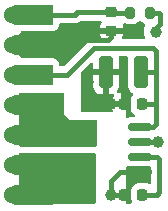
<source format=gtl>
G04 #@! TF.GenerationSoftware,KiCad,Pcbnew,(6.0.8)*
G04 #@! TF.CreationDate,2023-05-03T15:07:12+02:00*
G04 #@! TF.ProjectId,18_Mesure_Courant,31385f4d-6573-4757-9265-5f436f757261,rev?*
G04 #@! TF.SameCoordinates,Original*
G04 #@! TF.FileFunction,Copper,L1,Top*
G04 #@! TF.FilePolarity,Positive*
%FSLAX46Y46*%
G04 Gerber Fmt 4.6, Leading zero omitted, Abs format (unit mm)*
G04 Created by KiCad (PCBNEW (6.0.8)) date 2023-05-03 15:07:12*
%MOMM*%
%LPD*%
G01*
G04 APERTURE LIST*
G04 Aperture macros list*
%AMRoundRect*
0 Rectangle with rounded corners*
0 $1 Rounding radius*
0 $2 $3 $4 $5 $6 $7 $8 $9 X,Y pos of 4 corners*
0 Add a 4 corners polygon primitive as box body*
4,1,4,$2,$3,$4,$5,$6,$7,$8,$9,$2,$3,0*
0 Add four circle primitives for the rounded corners*
1,1,$1+$1,$2,$3*
1,1,$1+$1,$4,$5*
1,1,$1+$1,$6,$7*
1,1,$1+$1,$8,$9*
0 Add four rect primitives between the rounded corners*
20,1,$1+$1,$2,$3,$4,$5,0*
20,1,$1+$1,$4,$5,$6,$7,0*
20,1,$1+$1,$6,$7,$8,$9,0*
20,1,$1+$1,$8,$9,$2,$3,0*%
%AMFreePoly0*
4,1,19,2.294749,0.844703,2.473926,0.804652,2.640323,0.727060,2.786177,0.615546,2.904682,0.475314,2.990310,0.312906,3.039066,0.135899,3.048675,-0.047448,3.018688,-0.228582,2.950505,-0.399051,2.847308,-0.550902,2.713909,-0.677050,2.556534,-0.771611,2.382525,-0.830171,2.200000,-0.850000,-0.850000,-0.850000,-0.850000,0.850000,2.200000,0.850000,2.294749,0.844703,2.294749,0.844703,
$1*%
G04 Aperture macros list end*
G04 #@! TA.AperFunction,SMDPad,CuDef*
%ADD10RoundRect,0.200000X0.200000X0.275000X-0.200000X0.275000X-0.200000X-0.275000X0.200000X-0.275000X0*%
G04 #@! TD*
G04 #@! TA.AperFunction,SMDPad,CuDef*
%ADD11RoundRect,0.225000X0.225000X0.250000X-0.225000X0.250000X-0.225000X-0.250000X0.225000X-0.250000X0*%
G04 #@! TD*
G04 #@! TA.AperFunction,SMDPad,CuDef*
%ADD12RoundRect,0.250000X0.325000X1.100000X-0.325000X1.100000X-0.325000X-1.100000X0.325000X-1.100000X0*%
G04 #@! TD*
G04 #@! TA.AperFunction,SMDPad,CuDef*
%ADD13RoundRect,0.150000X-0.825000X-0.150000X0.825000X-0.150000X0.825000X0.150000X-0.825000X0.150000X0*%
G04 #@! TD*
G04 #@! TA.AperFunction,ComponentPad*
%ADD14FreePoly0,180.000000*%
G04 #@! TD*
G04 #@! TA.AperFunction,ComponentPad*
%ADD15C,1.524000*%
G04 #@! TD*
G04 #@! TA.AperFunction,SMDPad,CuDef*
%ADD16RoundRect,0.225000X-0.250000X0.225000X-0.250000X-0.225000X0.250000X-0.225000X0.250000X0.225000X0*%
G04 #@! TD*
G04 #@! TA.AperFunction,ViaPad*
%ADD17C,1.000000*%
G04 #@! TD*
G04 #@! TA.AperFunction,Conductor*
%ADD18C,0.400000*%
G04 #@! TD*
G04 APERTURE END LIST*
D10*
X113194600Y-65862200D03*
X111544600Y-65862200D03*
D11*
X112515000Y-73640000D03*
X110965000Y-73640000D03*
D12*
X112415000Y-70940000D03*
X109465000Y-70940000D03*
D11*
X112535000Y-81280000D03*
X110985000Y-81280000D03*
D13*
X107365000Y-75535000D03*
X107365000Y-76805000D03*
X107365000Y-78075000D03*
X107365000Y-79345000D03*
X112315000Y-79345000D03*
X112315000Y-78075000D03*
X112315000Y-76805000D03*
X112315000Y-75535000D03*
D14*
X104140000Y-66040000D03*
D15*
X101600000Y-66040000D03*
X101600000Y-68580000D03*
D14*
X104140000Y-68580000D03*
D15*
X101600000Y-71120000D03*
D14*
X104140000Y-71120000D03*
X104140000Y-73660000D03*
D15*
X101600000Y-73660000D03*
X101600000Y-76200000D03*
D14*
X104140000Y-76200000D03*
X104140000Y-78740000D03*
D15*
X101600000Y-78740000D03*
X101600000Y-81280000D03*
D14*
X104140000Y-81280000D03*
D16*
X109931200Y-65849200D03*
X109931200Y-67399200D03*
D17*
X109855000Y-81280000D03*
X107950000Y-71755000D03*
X109855000Y-73640000D03*
X111760000Y-67310000D03*
X107950000Y-73660000D03*
X107950000Y-67310000D03*
X113893600Y-76809600D03*
X113665000Y-67487800D03*
D18*
X110672400Y-79345000D02*
X109905800Y-80111600D01*
X106502200Y-68148200D02*
X106070400Y-68580000D01*
X109931200Y-67894200D02*
X109677200Y-68148200D01*
X109677200Y-68148200D02*
X106502200Y-68148200D01*
X106070400Y-68580000D02*
X104140000Y-68580000D01*
X110965000Y-73640000D02*
X109440000Y-73640000D01*
X112315000Y-79345000D02*
X110672400Y-79345000D01*
X109440000Y-73640000D02*
X109440000Y-70965000D01*
X109982000Y-81280000D02*
X110985000Y-81280000D01*
X109931200Y-67399200D02*
X109931200Y-67894200D01*
X109905800Y-80111600D02*
X109905800Y-81203800D01*
X109440000Y-70965000D02*
X109465000Y-70940000D01*
X109905800Y-81203800D02*
X109982000Y-81280000D01*
X113688200Y-70940000D02*
X113690400Y-70942200D01*
X113690400Y-70942200D02*
X113690400Y-73710800D01*
X112415000Y-70940000D02*
X113688200Y-70940000D01*
X106172000Y-71120000D02*
X108458000Y-68834000D01*
X113690400Y-69088000D02*
X113690400Y-70942200D01*
X108458000Y-68834000D02*
X113436400Y-68834000D01*
X113619600Y-73640000D02*
X113690400Y-73710800D01*
X113441000Y-75535000D02*
X112315000Y-75535000D01*
X113690400Y-75285600D02*
X113441000Y-75535000D01*
X113690400Y-73710800D02*
X113690400Y-75285600D01*
X112515000Y-73640000D02*
X113619600Y-73640000D01*
X113436400Y-68834000D02*
X113690400Y-69088000D01*
X104140000Y-71120000D02*
X106172000Y-71120000D01*
X113919000Y-65862200D02*
X113194600Y-65862200D01*
X114046000Y-66802000D02*
X114046000Y-65989200D01*
X114046000Y-65989200D02*
X113919000Y-65862200D01*
X113665000Y-67487800D02*
X113665000Y-67183000D01*
X113665000Y-67183000D02*
X114046000Y-66802000D01*
X112315000Y-76805000D02*
X113889000Y-76805000D01*
X113889000Y-76805000D02*
X113893600Y-76809600D01*
X107048600Y-65849200D02*
X106857800Y-66040000D01*
X109931200Y-65849200D02*
X107048600Y-65849200D01*
X111544600Y-65862200D02*
X109944200Y-65862200D01*
X109944200Y-65862200D02*
X109931200Y-65849200D01*
X106857800Y-66040000D02*
X104140000Y-66040000D01*
X113766600Y-81280000D02*
X113995200Y-81051400D01*
X113995200Y-81051400D02*
X113995200Y-78257400D01*
X112535000Y-81280000D02*
X113766600Y-81280000D01*
X113995200Y-78257400D02*
X113812800Y-78075000D01*
X113812800Y-78075000D02*
X112315000Y-78075000D01*
X104805000Y-75535000D02*
X104140000Y-76200000D01*
X107365000Y-76805000D02*
X104745000Y-76805000D01*
X106015000Y-75535000D02*
X104140000Y-73660000D01*
X107365000Y-75535000D02*
X104805000Y-75535000D01*
X107365000Y-75535000D02*
X106015000Y-75535000D01*
X104745000Y-76805000D02*
X104140000Y-76200000D01*
X105935000Y-79485000D02*
X105935000Y-79345000D01*
X105935000Y-79345000D02*
X104745000Y-79345000D01*
X104140000Y-81280000D02*
X105935000Y-79485000D01*
X107365000Y-78075000D02*
X104805000Y-78075000D01*
X104745000Y-79345000D02*
X104140000Y-78740000D01*
X104805000Y-78075000D02*
X104140000Y-78740000D01*
X107365000Y-79345000D02*
X105935000Y-79345000D01*
G04 #@! TA.AperFunction,Conductor*
G36*
X108582121Y-77760002D02*
G01*
X108628614Y-77813658D01*
X108640000Y-77866000D01*
X108640000Y-81915500D01*
X108619998Y-81983621D01*
X108566342Y-82030114D01*
X108514000Y-82041500D01*
X102234500Y-82041500D01*
X102166379Y-82021498D01*
X102119886Y-81967842D01*
X102108500Y-81915500D01*
X102108500Y-77866000D01*
X102128502Y-77797879D01*
X102182158Y-77751386D01*
X102234500Y-77740000D01*
X108514000Y-77740000D01*
X108582121Y-77760002D01*
G37*
G04 #@! TD.AperFunction*
G04 #@! TA.AperFunction,Conductor*
G36*
X111301152Y-78855863D02*
G01*
X111379989Y-78878767D01*
X111379993Y-78878768D01*
X111386169Y-78880562D01*
X111392574Y-78881066D01*
X111392579Y-78881067D01*
X111421042Y-78883307D01*
X111421050Y-78883307D01*
X111423498Y-78883500D01*
X113160700Y-78883500D01*
X113228821Y-78903502D01*
X113275314Y-78957158D01*
X113286700Y-79009500D01*
X113286700Y-80267297D01*
X113266698Y-80335418D01*
X113213042Y-80381911D01*
X113142768Y-80392015D01*
X113094583Y-80374556D01*
X113078333Y-80364539D01*
X113078330Y-80364538D01*
X113072101Y-80360698D01*
X112909757Y-80306851D01*
X112902920Y-80306151D01*
X112902918Y-80306150D01*
X112861599Y-80301917D01*
X112808732Y-80296500D01*
X112261268Y-80296500D01*
X112258022Y-80296837D01*
X112258018Y-80296837D01*
X112223917Y-80300375D01*
X112158981Y-80307113D01*
X112152440Y-80309295D01*
X112152441Y-80309295D01*
X112003676Y-80358927D01*
X112003674Y-80358928D01*
X111996732Y-80361244D01*
X111990508Y-80365096D01*
X111990507Y-80365096D01*
X111857515Y-80447394D01*
X111851287Y-80451248D01*
X111730448Y-80572298D01*
X111640698Y-80717899D01*
X111586851Y-80880243D01*
X111576500Y-80981268D01*
X111576500Y-81578732D01*
X111587113Y-81681019D01*
X111641244Y-81843268D01*
X111645096Y-81849493D01*
X111648201Y-81856121D01*
X111646976Y-81856695D01*
X111663751Y-81917649D01*
X111642590Y-81985418D01*
X111588149Y-82030990D01*
X111537769Y-82041500D01*
X111266000Y-82041500D01*
X111197879Y-82021498D01*
X111151386Y-81967842D01*
X111140000Y-81915500D01*
X111140000Y-78976860D01*
X111160002Y-78908739D01*
X111213658Y-78862246D01*
X111283932Y-78852142D01*
X111301152Y-78855863D01*
G37*
G04 #@! TD.AperFunction*
G04 #@! TA.AperFunction,Conductor*
G36*
X111348512Y-72269854D02*
G01*
X111385524Y-72325202D01*
X111398450Y-72363946D01*
X111491522Y-72514348D01*
X111616697Y-72639305D01*
X111622927Y-72643145D01*
X111622928Y-72643146D01*
X111720230Y-72703124D01*
X111767723Y-72755896D01*
X111779147Y-72825968D01*
X111750873Y-72891092D01*
X111743291Y-72899398D01*
X111710448Y-72932298D01*
X111620698Y-73077899D01*
X111566851Y-73240243D01*
X111556500Y-73341268D01*
X111556500Y-73938732D01*
X111567113Y-74041019D01*
X111621244Y-74203268D01*
X111711248Y-74348713D01*
X111832298Y-74469552D01*
X111838528Y-74473392D01*
X111838529Y-74473393D01*
X111870727Y-74493240D01*
X111918220Y-74546012D01*
X111929644Y-74616084D01*
X111901370Y-74681208D01*
X111842376Y-74720707D01*
X111804611Y-74726500D01*
X111423498Y-74726500D01*
X111421050Y-74726693D01*
X111421042Y-74726693D01*
X111392579Y-74728933D01*
X111392574Y-74728934D01*
X111386169Y-74729438D01*
X111379993Y-74731232D01*
X111379989Y-74731233D01*
X111301152Y-74754137D01*
X111230156Y-74753934D01*
X111170540Y-74715380D01*
X111141232Y-74650715D01*
X111140000Y-74633140D01*
X111140000Y-72365078D01*
X111160002Y-72296957D01*
X111213658Y-72250464D01*
X111283932Y-72240360D01*
X111348512Y-72269854D01*
G37*
G04 #@! TD.AperFunction*
G04 #@! TA.AperFunction,Conductor*
G36*
X111331500Y-69789600D02*
G01*
X111331500Y-70636787D01*
X111311498Y-70704908D01*
X111257842Y-70751401D01*
X111187568Y-70761505D01*
X111153237Y-70745826D01*
X111140000Y-70742947D01*
X111140000Y-69740000D01*
X111336582Y-69740000D01*
X111331500Y-69789600D01*
G37*
G04 #@! TD.AperFunction*
G04 #@! TA.AperFunction,Conductor*
G36*
X105860121Y-72664002D02*
G01*
X105906614Y-72717658D01*
X105918000Y-72770000D01*
X105918000Y-74422000D01*
X106426000Y-74930000D01*
X108586000Y-74930000D01*
X108654121Y-74950002D01*
X108700614Y-75003658D01*
X108712000Y-75056000D01*
X108712000Y-77090000D01*
X108691998Y-77158121D01*
X108638342Y-77204614D01*
X108586000Y-77216000D01*
X102234500Y-77216000D01*
X102166379Y-77195998D01*
X102119886Y-77142342D01*
X102108500Y-77090000D01*
X102108500Y-72770000D01*
X102128502Y-72701879D01*
X102182158Y-72655386D01*
X102234500Y-72644000D01*
X105792000Y-72644000D01*
X105860121Y-72664002D01*
G37*
G04 #@! TD.AperFunction*
G04 #@! TA.AperFunction,Conductor*
G36*
X111331500Y-72090400D02*
G01*
X111331837Y-72093646D01*
X111331837Y-72093650D01*
X111341752Y-72189206D01*
X111342474Y-72196166D01*
X111398450Y-72363946D01*
X111457634Y-72459587D01*
X111468821Y-72477664D01*
X111487659Y-72546116D01*
X111466498Y-72613886D01*
X111412057Y-72659457D01*
X111339719Y-72666721D01*
X111339655Y-72667343D01*
X111336619Y-72667032D01*
X111335265Y-72667168D01*
X111332810Y-72666642D01*
X111241903Y-72657328D01*
X111236874Y-72657071D01*
X111221876Y-72661475D01*
X111220671Y-72662865D01*
X111219000Y-72670548D01*
X111219000Y-73768000D01*
X111198998Y-73836121D01*
X111145342Y-73882614D01*
X111093000Y-73894000D01*
X110025115Y-73894000D01*
X110009876Y-73898475D01*
X110008671Y-73899865D01*
X110007000Y-73907548D01*
X110007000Y-73935438D01*
X110007337Y-73941953D01*
X110016894Y-74034057D01*
X110019788Y-74047456D01*
X110047034Y-74129124D01*
X110049618Y-74200074D01*
X110013434Y-74261158D01*
X109949970Y-74292982D01*
X109927510Y-74295000D01*
X107441000Y-74295000D01*
X107372879Y-74274998D01*
X107326386Y-74221342D01*
X107315000Y-74169000D01*
X107315000Y-72087095D01*
X108382001Y-72087095D01*
X108382338Y-72093614D01*
X108392257Y-72189206D01*
X108395149Y-72202600D01*
X108446588Y-72356784D01*
X108452761Y-72369962D01*
X108538063Y-72507807D01*
X108547099Y-72519208D01*
X108661829Y-72633739D01*
X108673240Y-72642751D01*
X108811243Y-72727816D01*
X108824424Y-72733963D01*
X108978710Y-72785138D01*
X108992086Y-72788005D01*
X109086438Y-72797672D01*
X109092854Y-72798000D01*
X109192885Y-72798000D01*
X109208124Y-72793525D01*
X109209329Y-72792135D01*
X109211000Y-72784452D01*
X109211000Y-72779884D01*
X109719000Y-72779884D01*
X109723475Y-72795123D01*
X109724865Y-72796328D01*
X109732548Y-72797999D01*
X109837095Y-72797999D01*
X109843614Y-72797662D01*
X109939206Y-72787743D01*
X109952603Y-72784850D01*
X110000132Y-72768994D01*
X110071081Y-72766410D01*
X110132165Y-72802594D01*
X110163989Y-72866059D01*
X110156450Y-72936654D01*
X110147267Y-72954634D01*
X110074996Y-73071880D01*
X110068849Y-73085061D01*
X110019509Y-73233814D01*
X110016642Y-73247190D01*
X110007328Y-73338097D01*
X110007000Y-73344514D01*
X110007000Y-73367885D01*
X110011475Y-73383124D01*
X110012865Y-73384329D01*
X110020548Y-73386000D01*
X110692885Y-73386000D01*
X110708124Y-73381525D01*
X110709329Y-73380135D01*
X110711000Y-73372452D01*
X110711000Y-72675115D01*
X110706525Y-72659876D01*
X110705135Y-72658671D01*
X110697452Y-72657000D01*
X110694562Y-72657000D01*
X110688047Y-72657337D01*
X110595943Y-72666894D01*
X110582539Y-72669789D01*
X110546391Y-72681849D01*
X110475441Y-72684434D01*
X110414357Y-72648251D01*
X110382532Y-72584787D01*
X110390071Y-72514192D01*
X110399254Y-72496210D01*
X110477816Y-72368757D01*
X110483963Y-72355576D01*
X110535138Y-72201290D01*
X110538005Y-72187914D01*
X110547672Y-72093562D01*
X110548000Y-72087146D01*
X110548000Y-71212115D01*
X110543525Y-71196876D01*
X110542135Y-71195671D01*
X110534452Y-71194000D01*
X109737115Y-71194000D01*
X109721876Y-71198475D01*
X109720671Y-71199865D01*
X109719000Y-71207548D01*
X109719000Y-72779884D01*
X109211000Y-72779884D01*
X109211000Y-71212115D01*
X109206525Y-71196876D01*
X109205135Y-71195671D01*
X109197452Y-71194000D01*
X108400116Y-71194000D01*
X108384877Y-71198475D01*
X108383672Y-71199865D01*
X108382001Y-71207548D01*
X108382001Y-72087095D01*
X107315000Y-72087095D01*
X107315000Y-71031160D01*
X107335002Y-70963039D01*
X107351900Y-70942071D01*
X108166906Y-70127064D01*
X108229217Y-70093040D01*
X108300033Y-70098105D01*
X108356868Y-70140652D01*
X108381679Y-70207172D01*
X108382000Y-70216161D01*
X108382000Y-70667885D01*
X108386475Y-70683124D01*
X108387865Y-70684329D01*
X108395548Y-70686000D01*
X110529884Y-70686000D01*
X110545123Y-70681525D01*
X110546328Y-70680135D01*
X110547999Y-70672452D01*
X110547999Y-69850000D01*
X111331500Y-69850000D01*
X111331500Y-72090400D01*
G37*
G04 #@! TD.AperFunction*
G04 #@! TA.AperFunction,Conductor*
G36*
X108300033Y-70098106D02*
G01*
X108356868Y-70140653D01*
X108381679Y-70207173D01*
X108382000Y-70216162D01*
X108382000Y-70614000D01*
X108361998Y-70682121D01*
X108308342Y-70728614D01*
X108256000Y-70740000D01*
X107858161Y-70740000D01*
X107790040Y-70719998D01*
X107743547Y-70666342D01*
X107733443Y-70596068D01*
X107762937Y-70531488D01*
X107769059Y-70524912D01*
X108166904Y-70127066D01*
X108229217Y-70093041D01*
X108300033Y-70098106D01*
G37*
G04 #@! TD.AperFunction*
G04 #@! TA.AperFunction,Conductor*
G36*
X111285794Y-69562502D02*
G01*
X111332287Y-69616158D01*
X111342204Y-69685135D01*
X111342203Y-69685139D01*
X111331500Y-69789600D01*
X111331500Y-70636787D01*
X111311498Y-70704908D01*
X111271000Y-70740000D01*
X110673999Y-70740000D01*
X110605878Y-70719998D01*
X110559385Y-70666342D01*
X110547999Y-70614000D01*
X110547999Y-69792905D01*
X110547662Y-69786386D01*
X110537032Y-69683937D01*
X110539510Y-69683680D01*
X110543838Y-69624306D01*
X110586462Y-69567529D01*
X110653016Y-69542809D01*
X110661833Y-69542500D01*
X111217673Y-69542500D01*
X111285794Y-69562502D01*
G37*
G04 #@! TD.AperFunction*
G04 #@! TA.AperFunction,Conductor*
G36*
X109042558Y-66577702D02*
G01*
X109089051Y-66631358D01*
X109099155Y-66701632D01*
X109081697Y-66749816D01*
X109016196Y-66856080D01*
X109010049Y-66869261D01*
X108960709Y-67018014D01*
X108957842Y-67031390D01*
X108948528Y-67122297D01*
X108948271Y-67127326D01*
X108952675Y-67142324D01*
X108954065Y-67143529D01*
X108961748Y-67145200D01*
X110896085Y-67145200D01*
X110911324Y-67140725D01*
X110912529Y-67139335D01*
X110914200Y-67131652D01*
X110914200Y-67128762D01*
X110913863Y-67122247D01*
X110904306Y-67030143D01*
X110901411Y-67016741D01*
X110875693Y-66939651D01*
X110873109Y-66868702D01*
X110909293Y-66807618D01*
X110972758Y-66775794D01*
X111046216Y-66784835D01*
X111050901Y-66787672D01*
X111214538Y-66838953D01*
X111287965Y-66845700D01*
X111290863Y-66845700D01*
X111545265Y-66845699D01*
X111801234Y-66845699D01*
X111804092Y-66845436D01*
X111804101Y-66845436D01*
X111839604Y-66842174D01*
X111874662Y-66838953D01*
X111890301Y-66834052D01*
X112031050Y-66789944D01*
X112031052Y-66789943D01*
X112038299Y-66787672D01*
X112184981Y-66698839D01*
X112280505Y-66603315D01*
X112342817Y-66569289D01*
X112413632Y-66574354D01*
X112458695Y-66603315D01*
X112554219Y-66698839D01*
X112700901Y-66787672D01*
X112722988Y-66794594D01*
X112782008Y-66834052D01*
X112810328Y-66899156D01*
X112795721Y-66975527D01*
X112736535Y-67083187D01*
X112736533Y-67083192D01*
X112733567Y-67088587D01*
X112731706Y-67094454D01*
X112731705Y-67094456D01*
X112716138Y-67143529D01*
X112673765Y-67277106D01*
X112651719Y-67473651D01*
X112655472Y-67518346D01*
X112666796Y-67653200D01*
X112668268Y-67670734D01*
X112722783Y-67860850D01*
X112735637Y-67885860D01*
X112764440Y-67941905D01*
X112777788Y-68011636D01*
X112751318Y-68077513D01*
X112693434Y-68118622D01*
X112652374Y-68125500D01*
X110958567Y-68125500D01*
X110890446Y-68105498D01*
X110843953Y-68051842D01*
X110833849Y-67981568D01*
X110844372Y-67946250D01*
X110852351Y-67929140D01*
X110901691Y-67780386D01*
X110904558Y-67767010D01*
X110913872Y-67676103D01*
X110914129Y-67671074D01*
X110909725Y-67656076D01*
X110908335Y-67654871D01*
X110900652Y-67653200D01*
X108966315Y-67653200D01*
X108951076Y-67657675D01*
X108949871Y-67659065D01*
X108948200Y-67666748D01*
X108948200Y-67669638D01*
X108948537Y-67676153D01*
X108958094Y-67768257D01*
X108960988Y-67781656D01*
X109010581Y-67930307D01*
X109017955Y-67946048D01*
X109028740Y-68016221D01*
X108999874Y-68081085D01*
X108940523Y-68120046D01*
X108903854Y-68125500D01*
X108486912Y-68125500D01*
X108478342Y-68125208D01*
X108428224Y-68121791D01*
X108428220Y-68121791D01*
X108420648Y-68121275D01*
X108413171Y-68122580D01*
X108413170Y-68122580D01*
X108398113Y-68125208D01*
X108357703Y-68132261D01*
X108351186Y-68133222D01*
X108287758Y-68140898D01*
X108280650Y-68143584D01*
X108278056Y-68144221D01*
X108261750Y-68148682D01*
X108259199Y-68149452D01*
X108251716Y-68150758D01*
X108244764Y-68153810D01*
X108244763Y-68153810D01*
X108193212Y-68176439D01*
X108187105Y-68178931D01*
X108134452Y-68198827D01*
X108127344Y-68201513D01*
X108121083Y-68205816D01*
X108118717Y-68207053D01*
X108103937Y-68215280D01*
X108101652Y-68216631D01*
X108094695Y-68219685D01*
X108088675Y-68224305D01*
X108088669Y-68224308D01*
X108062257Y-68244576D01*
X108043998Y-68258587D01*
X108038668Y-68262459D01*
X107992280Y-68294339D01*
X107992275Y-68294344D01*
X107986019Y-68298643D01*
X107980968Y-68304313D01*
X107980966Y-68304314D01*
X107944565Y-68345170D01*
X107939584Y-68350446D01*
X105915435Y-70374595D01*
X105853123Y-70408621D01*
X105826340Y-70411500D01*
X105629729Y-70411500D01*
X105561608Y-70391498D01*
X105515115Y-70337842D01*
X105503729Y-70285500D01*
X105503729Y-70270000D01*
X105498500Y-70196889D01*
X105457304Y-70056589D01*
X105392194Y-69955276D01*
X105383122Y-69941159D01*
X105383120Y-69941156D01*
X105378250Y-69933579D01*
X105371440Y-69927678D01*
X105274555Y-69843726D01*
X105274552Y-69843724D01*
X105267743Y-69837824D01*
X105134734Y-69777081D01*
X104990000Y-69756271D01*
X102423134Y-69756271D01*
X102355013Y-69736269D01*
X102308520Y-69682613D01*
X102304817Y-69660043D01*
X102287071Y-69626281D01*
X102145405Y-69484615D01*
X102111379Y-69422303D01*
X102108500Y-69395520D01*
X102108500Y-69033480D01*
X102128502Y-68965359D01*
X102182158Y-68918866D01*
X102252432Y-68908762D01*
X102317012Y-68938256D01*
X102323595Y-68944385D01*
X102647003Y-69267793D01*
X102658777Y-69274223D01*
X102670793Y-69264926D01*
X102700897Y-69221932D01*
X102706377Y-69212441D01*
X102795645Y-69021007D01*
X102799391Y-69010715D01*
X102854059Y-68806691D01*
X102855962Y-68795896D01*
X102874372Y-68585475D01*
X102874372Y-68574525D01*
X102855962Y-68364104D01*
X102854059Y-68353309D01*
X102799391Y-68149285D01*
X102795645Y-68138993D01*
X102706377Y-67947559D01*
X102700897Y-67938068D01*
X102670206Y-67894235D01*
X102659729Y-67885860D01*
X102646282Y-67892928D01*
X102323595Y-68215615D01*
X102261283Y-68249641D01*
X102190468Y-68244576D01*
X102133632Y-68202029D01*
X102108821Y-68135509D01*
X102108500Y-68126520D01*
X102108500Y-67764480D01*
X102128502Y-67696359D01*
X102145405Y-67675385D01*
X102287793Y-67532997D01*
X102304856Y-67501750D01*
X102311905Y-67469344D01*
X102362107Y-67419142D01*
X102422493Y-67403729D01*
X104990000Y-67403729D01*
X105021986Y-67401441D01*
X105056373Y-67398982D01*
X105056374Y-67398982D01*
X105063111Y-67398500D01*
X105142618Y-67375155D01*
X105194765Y-67359843D01*
X105194767Y-67359842D01*
X105203411Y-67357304D01*
X105242730Y-67332035D01*
X105318841Y-67283122D01*
X105318844Y-67283120D01*
X105326421Y-67278250D01*
X105390132Y-67204724D01*
X105416274Y-67174555D01*
X105416276Y-67174552D01*
X105422176Y-67167743D01*
X105433785Y-67142324D01*
X105479175Y-67042932D01*
X105482919Y-67034734D01*
X105503729Y-66890000D01*
X105503729Y-66874500D01*
X105523731Y-66806379D01*
X105577387Y-66759886D01*
X105629729Y-66748500D01*
X106828888Y-66748500D01*
X106837458Y-66748792D01*
X106887576Y-66752209D01*
X106887580Y-66752209D01*
X106895152Y-66752725D01*
X106902629Y-66751420D01*
X106902630Y-66751420D01*
X106951126Y-66742956D01*
X106958103Y-66741738D01*
X106964621Y-66740777D01*
X107028042Y-66733102D01*
X107035143Y-66730419D01*
X107037752Y-66729778D01*
X107054062Y-66725315D01*
X107056598Y-66724550D01*
X107064084Y-66723243D01*
X107122600Y-66697556D01*
X107128704Y-66695065D01*
X107181348Y-66675173D01*
X107181349Y-66675172D01*
X107188456Y-66672487D01*
X107194719Y-66668183D01*
X107197085Y-66666946D01*
X107211897Y-66658701D01*
X107214151Y-66657368D01*
X107221105Y-66654315D01*
X107271802Y-66615413D01*
X107277115Y-66611553D01*
X107323231Y-66579859D01*
X107394596Y-66557700D01*
X108974437Y-66557700D01*
X109042558Y-66577702D01*
G37*
G04 #@! TD.AperFunction*
M02*

</source>
